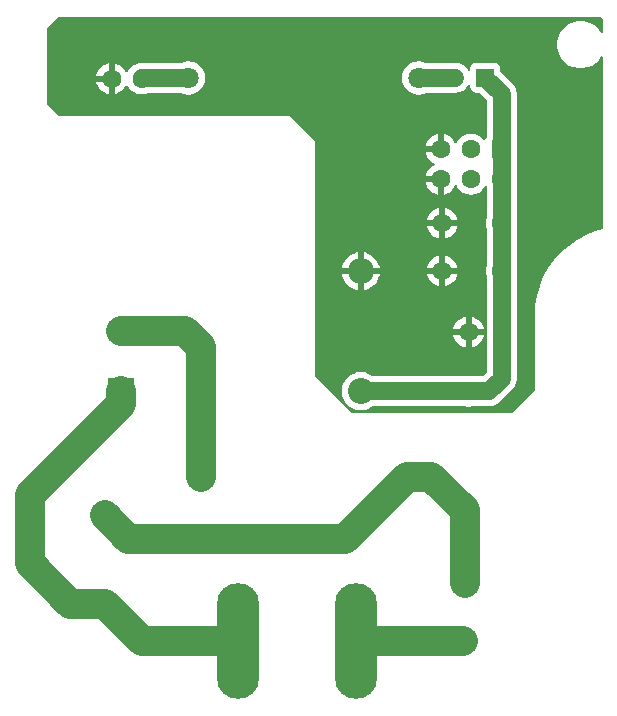
<source format=gtl>
G04 Layer_Physical_Order=1*
G04 Layer_Color=255*
%FSLAX25Y25*%
%MOIN*%
G70*
G01*
G75*
%ADD10C,0.10000*%
%ADD11C,0.06000*%
%ADD12C,0.06299*%
%ADD13C,0.07087*%
%ADD14R,0.06299X0.06299*%
%ADD15C,0.05905*%
%ADD16R,0.05905X0.05905*%
%ADD17C,0.07874*%
%ADD18R,0.08661X0.08661*%
%ADD19C,0.08661*%
%ADD20O,0.14173X0.38583*%
%ADD21C,0.02400*%
G36*
X205257Y230145D02*
X205730Y229829D01*
X206045Y229357D01*
X206143Y228867D01*
X206129Y228799D01*
Y225048D01*
X205629Y224896D01*
X204858Y226050D01*
X203761Y227147D01*
X202472Y228009D01*
X201039Y228602D01*
X199518Y228905D01*
X197966D01*
X196445Y228602D01*
X195012Y228009D01*
X193723Y227147D01*
X192626Y226050D01*
X191764Y224760D01*
X191171Y223327D01*
X190868Y221806D01*
Y220255D01*
X191171Y218734D01*
X191764Y217301D01*
X192626Y216011D01*
X193723Y214915D01*
X195012Y214053D01*
X196445Y213459D01*
X197966Y213157D01*
X199518D01*
X201039Y213459D01*
X202472Y214053D01*
X203761Y214915D01*
X204858Y216011D01*
X205629Y217165D01*
X206129Y217014D01*
Y159641D01*
X203541Y158895D01*
X200422Y157603D01*
X197467Y155970D01*
X194713Y154016D01*
X192196Y151767D01*
X189946Y149249D01*
X187992Y146496D01*
X186359Y143541D01*
X185067Y140422D01*
X184133Y137177D01*
X183567Y133849D01*
X183378Y130489D01*
X183376Y130478D01*
Y105697D01*
X175879Y98200D01*
X125379D01*
X122479Y98200D01*
X110079Y110600D01*
X110079Y188800D01*
X101679Y197200D01*
X24880Y197200D01*
X20879Y201201D01*
X20879Y226600D01*
X24508Y230229D01*
X204699D01*
X204767Y230242D01*
X205257Y230145D01*
D02*
G37*
%LPC*%
G36*
X157699Y144600D02*
X153637D01*
Y140538D01*
X153981Y140583D01*
X155234Y141102D01*
X156309Y141927D01*
X157135Y143003D01*
X157653Y144256D01*
X157699Y144600D01*
D02*
G37*
G36*
X151637D02*
X147574D01*
X147619Y144256D01*
X148138Y143003D01*
X148964Y141927D01*
X150040Y141102D01*
X151292Y140583D01*
X151637Y140538D01*
Y144600D01*
D02*
G37*
G36*
X124479Y151763D02*
X124238Y151739D01*
X123045Y151377D01*
X121945Y150789D01*
X120981Y149998D01*
X120190Y149034D01*
X119602Y147934D01*
X119240Y146741D01*
X119216Y146500D01*
X124479D01*
Y151763D01*
D02*
G37*
G36*
X151637Y150662D02*
X151292Y150617D01*
X150040Y150098D01*
X148964Y149273D01*
X148138Y148197D01*
X147619Y146944D01*
X147574Y146600D01*
X151637D01*
Y150662D01*
D02*
G37*
G36*
X126479Y151763D02*
Y146500D01*
X131742D01*
X131718Y146741D01*
X131356Y147934D01*
X130768Y149034D01*
X129977Y149998D01*
X129013Y150789D01*
X127913Y151377D01*
X126720Y151739D01*
X126479Y151763D01*
D02*
G37*
G36*
X131742Y144500D02*
X126479D01*
Y139237D01*
X126720Y139261D01*
X127913Y139623D01*
X129013Y140211D01*
X129977Y141002D01*
X130768Y141966D01*
X131356Y143066D01*
X131718Y144259D01*
X131742Y144500D01*
D02*
G37*
G36*
X166441Y124142D02*
X162379D01*
Y120080D01*
X162723Y120125D01*
X163976Y120644D01*
X165052Y121469D01*
X165877Y122545D01*
X166396Y123798D01*
X166441Y124142D01*
D02*
G37*
G36*
X160379D02*
X156317D01*
X156362Y123798D01*
X156881Y122545D01*
X157706Y121469D01*
X158782Y120644D01*
X160035Y120125D01*
X160379Y120080D01*
Y124142D01*
D02*
G37*
G36*
Y130204D02*
X160035Y130159D01*
X158782Y129640D01*
X157706Y128815D01*
X156881Y127739D01*
X156362Y126486D01*
X156317Y126142D01*
X160379D01*
Y130204D01*
D02*
G37*
G36*
X124479Y144500D02*
X119216D01*
X119240Y144259D01*
X119602Y143066D01*
X120190Y141966D01*
X120981Y141002D01*
X121945Y140211D01*
X123045Y139623D01*
X124238Y139261D01*
X124479Y139237D01*
Y144500D01*
D02*
G37*
G36*
X162379Y130204D02*
Y126142D01*
X166441D01*
X166396Y126486D01*
X165877Y127739D01*
X165052Y128815D01*
X163976Y129640D01*
X162723Y130159D01*
X162379Y130204D01*
D02*
G37*
G36*
X144765Y215491D02*
X143318Y215301D01*
X141969Y214742D01*
X140811Y213854D01*
X139923Y212696D01*
X139364Y211347D01*
X139174Y209900D01*
X139364Y208453D01*
X139923Y207104D01*
X140811Y205946D01*
X141969Y205058D01*
X143318Y204499D01*
X144765Y204309D01*
X146212Y204499D01*
X147317Y204957D01*
X156979D01*
X158284Y205129D01*
X159501Y205632D01*
X160545Y206434D01*
X161346Y207478D01*
X161487Y207818D01*
X161987Y207718D01*
Y207047D01*
X162142Y206267D01*
X162584Y205605D01*
X163246Y205163D01*
X164026Y205008D01*
X164839D01*
X167379Y202468D01*
Y190379D01*
X167145Y190030D01*
X166990Y189250D01*
Y189110D01*
X166490Y188941D01*
X165852Y189773D01*
X164776Y190598D01*
X163523Y191117D01*
X162179Y191294D01*
X160835Y191117D01*
X159582Y190598D01*
X158506Y189773D01*
X157681Y188697D01*
X157429Y188089D01*
X156929D01*
X156677Y188697D01*
X155852Y189773D01*
X154776Y190598D01*
X153523Y191117D01*
X153179Y191162D01*
Y186100D01*
X152179D01*
Y185100D01*
X147117D01*
X147162Y184756D01*
X147681Y183503D01*
X148506Y182427D01*
X149582Y181602D01*
X150190Y181350D01*
Y180850D01*
X149582Y180598D01*
X148506Y179773D01*
X147681Y178697D01*
X147162Y177444D01*
X147117Y177100D01*
X152179D01*
Y176100D01*
X153179D01*
Y171038D01*
X153523Y171083D01*
X154776Y171602D01*
X155852Y172427D01*
X156677Y173503D01*
X156929Y174111D01*
X157429D01*
X157681Y173503D01*
X158506Y172427D01*
X159582Y171602D01*
X160835Y171083D01*
X162179Y170906D01*
X163523Y171083D01*
X164776Y171602D01*
X165852Y172427D01*
X166677Y173503D01*
X166879Y173990D01*
X167379Y173890D01*
Y163024D01*
X167304Y162844D01*
X167127Y161500D01*
X167304Y160156D01*
X167379Y159976D01*
Y147124D01*
X167304Y146944D01*
X167127Y145600D01*
X167304Y144256D01*
X167379Y144076D01*
Y111732D01*
X166190Y110543D01*
X162199D01*
X161379Y110651D01*
X160559Y110543D01*
X129313D01*
X129013Y110789D01*
X127913Y111377D01*
X126720Y111739D01*
X125479Y111861D01*
X124238Y111739D01*
X123045Y111377D01*
X121945Y110789D01*
X120981Y109998D01*
X120190Y109034D01*
X119602Y107934D01*
X119240Y106741D01*
X119118Y105500D01*
X119240Y104259D01*
X119602Y103066D01*
X120190Y101966D01*
X120981Y101002D01*
X121945Y100211D01*
X123045Y99623D01*
X124238Y99261D01*
X125479Y99139D01*
X126720Y99261D01*
X127913Y99623D01*
X129013Y100211D01*
X129313Y100457D01*
X159994D01*
X160035Y100440D01*
X161379Y100263D01*
X162723Y100440D01*
X162764Y100457D01*
X168279D01*
X169584Y100629D01*
X170800Y101133D01*
X171845Y101934D01*
X175988Y106077D01*
X176789Y107121D01*
X177293Y108338D01*
X177465Y109643D01*
Y145217D01*
X177515Y145600D01*
X177465Y145983D01*
Y161117D01*
X177515Y161500D01*
X177465Y161883D01*
Y204557D01*
X177293Y205862D01*
X176789Y207079D01*
X175988Y208123D01*
X171971Y212140D01*
Y212953D01*
X171816Y213733D01*
X171374Y214395D01*
X170712Y214837D01*
X169932Y214992D01*
X167368D01*
X166979Y215043D01*
X166590Y214992D01*
X164026D01*
X163246Y214837D01*
X162584Y214395D01*
X162142Y213733D01*
X161987Y212953D01*
Y212282D01*
X161487Y212182D01*
X161346Y212522D01*
X160545Y213566D01*
X159501Y214368D01*
X158284Y214871D01*
X156979Y215043D01*
X146834D01*
X146212Y215301D01*
X144765Y215491D01*
D02*
G37*
G36*
X151179Y191162D02*
X150835Y191117D01*
X149582Y190598D01*
X148506Y189773D01*
X147681Y188697D01*
X147162Y187444D01*
X147117Y187100D01*
X151179D01*
Y191162D01*
D02*
G37*
G36*
X41379Y208700D02*
X37317D01*
X37362Y208356D01*
X37881Y207103D01*
X38706Y206027D01*
X39782Y205202D01*
X41035Y204683D01*
X41379Y204638D01*
Y208700D01*
D02*
G37*
G36*
X67993Y215491D02*
X66546Y215301D01*
X65683Y214943D01*
X52579D01*
X51274Y214771D01*
X51193Y214738D01*
X51035Y214717D01*
X49782Y214198D01*
X48706Y213373D01*
X47881Y212297D01*
X47629Y211689D01*
X47129D01*
X46877Y212297D01*
X46052Y213373D01*
X44976Y214198D01*
X43723Y214717D01*
X43379Y214762D01*
Y209700D01*
Y204638D01*
X43723Y204683D01*
X44976Y205202D01*
X46052Y206027D01*
X46877Y207103D01*
X47129Y207711D01*
X47629D01*
X47881Y207103D01*
X48706Y206027D01*
X49782Y205202D01*
X51035Y204683D01*
X52379Y204506D01*
X53723Y204683D01*
X54143Y204857D01*
X65683D01*
X66546Y204499D01*
X67993Y204309D01*
X69440Y204499D01*
X70789Y205058D01*
X71947Y205946D01*
X72835Y207104D01*
X73394Y208453D01*
X73584Y209900D01*
X73394Y211347D01*
X72835Y212696D01*
X71947Y213854D01*
X70789Y214742D01*
X69440Y215301D01*
X67993Y215491D01*
D02*
G37*
G36*
X41379Y214762D02*
X41035Y214717D01*
X39782Y214198D01*
X38706Y213373D01*
X37881Y212297D01*
X37362Y211044D01*
X37317Y210700D01*
X41379D01*
Y214762D01*
D02*
G37*
G36*
X151179Y175100D02*
X147117D01*
X147162Y174756D01*
X147681Y173503D01*
X148506Y172427D01*
X149582Y171602D01*
X150835Y171083D01*
X151179Y171038D01*
Y175100D01*
D02*
G37*
G36*
X151637Y160500D02*
X147574D01*
X147619Y160156D01*
X148138Y158903D01*
X148964Y157827D01*
X150040Y157002D01*
X151292Y156483D01*
X151637Y156438D01*
Y160500D01*
D02*
G37*
G36*
X153637Y150662D02*
Y146600D01*
X157699D01*
X157653Y146944D01*
X157135Y148197D01*
X156309Y149273D01*
X155234Y150098D01*
X153981Y150617D01*
X153637Y150662D01*
D02*
G37*
G36*
X157699Y160500D02*
X153637D01*
Y156438D01*
X153981Y156483D01*
X155234Y157002D01*
X156309Y157827D01*
X157135Y158903D01*
X157653Y160156D01*
X157699Y160500D01*
D02*
G37*
G36*
X153637Y166562D02*
Y162500D01*
X157699D01*
X157653Y162844D01*
X157135Y164097D01*
X156309Y165173D01*
X155234Y165998D01*
X153981Y166517D01*
X153637Y166562D01*
D02*
G37*
G36*
X151637D02*
X151292Y166517D01*
X150040Y165998D01*
X148964Y165173D01*
X148138Y164097D01*
X147619Y162844D01*
X147574Y162500D01*
X151637D01*
Y166562D01*
D02*
G37*
%LPD*%
D10*
X15111Y70832D02*
X45479Y101200D01*
X15111Y48068D02*
Y70832D01*
Y48068D02*
X28639Y34540D01*
X45479Y125500D02*
X66784D01*
X72197Y77034D02*
Y120087D01*
X66784Y125500D02*
X72197Y120087D01*
X120229Y56365D02*
X140898Y77034D01*
X47974Y56365D02*
X120229D01*
X40279Y64060D02*
X47974Y56365D01*
X140898Y77034D02*
X148969D01*
X160079Y65924D01*
Y41600D02*
Y65924D01*
X123915Y22200D02*
X159479D01*
X45479Y101200D02*
Y105500D01*
X52619Y22200D02*
X84515D01*
X40279Y34540D02*
X52619Y22200D01*
X28639Y34540D02*
X40279D01*
D11*
X172422Y109643D02*
Y204557D01*
X168279Y105500D02*
X172422Y109643D01*
X166979Y210000D02*
X172422Y204557D01*
X144965Y210000D02*
X156979D01*
X52579Y209900D02*
X67993D01*
X125479Y105500D02*
X168279D01*
D12*
X161379Y105457D02*
D03*
Y125142D02*
D03*
X152179Y176100D02*
D03*
Y186100D02*
D03*
X162179Y176100D02*
D03*
Y186100D02*
D03*
X172179Y176100D02*
D03*
X152637Y145600D02*
D03*
X172321D02*
D03*
X152637Y161500D02*
D03*
X172321D02*
D03*
X52379Y209700D02*
D03*
X42379D02*
D03*
D13*
X72197Y77034D02*
D03*
X148969D02*
D03*
X67993Y209900D02*
D03*
X144765D02*
D03*
X160079Y41600D02*
D03*
Y21600D02*
D03*
D14*
X172179Y186100D02*
D03*
D15*
X156979Y210000D02*
D03*
D16*
X166979D02*
D03*
D17*
X40279Y34540D02*
D03*
Y64060D02*
D03*
D18*
X45479Y105500D02*
D03*
D19*
Y125500D02*
D03*
X125479Y105500D02*
D03*
Y145500D02*
D03*
D20*
X123914Y22199D02*
D03*
X84516D02*
D03*
D21*
X29479Y221800D02*
D03*
X28079Y211800D02*
D03*
X29479Y204200D02*
D03*
X40879Y225200D02*
D03*
X55579Y226000D02*
D03*
X80879Y224000D02*
D03*
X111179Y223500D02*
D03*
X94779Y212100D02*
D03*
X86279Y203900D02*
D03*
X110679Y206400D02*
D03*
X123079Y195900D02*
D03*
X120579Y178400D02*
D03*
X130779Y166700D02*
D03*
X139279Y154300D02*
D03*
X140079Y137000D02*
D03*
X141279Y119900D02*
D03*
X124279Y120800D02*
D03*
X128779Y129300D02*
D03*
X201679Y163300D02*
D03*
X197679Y188300D02*
D03*
X200279Y202500D02*
D03*
X187779Y224900D02*
D03*
X192879Y210700D02*
D03*
X186879Y190300D02*
D03*
X186379Y171800D02*
D03*
X183279Y154000D02*
D03*
X180679Y205300D02*
D03*
X175879Y220300D02*
D03*
X152879Y223500D02*
D03*
X139279Y220600D02*
D03*
X150879Y197600D02*
D03*
X160979Y198800D02*
D03*
X133679Y180000D02*
D03*
X141379Y198300D02*
D03*
M02*

</source>
